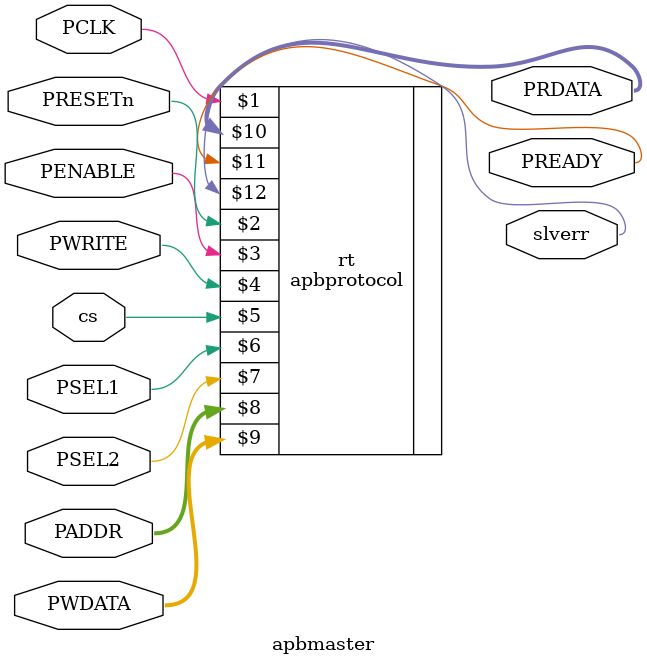
<source format=v>
module apbmaster(
    input PCLK,PRESETn,PENABLE,PWRITE,
    input cs,PSEL1,PSEL2,
    input   [63:0] PADDR,PWDATA,
    output   [63:0] PRDATA,
    output   PREADY,slverr);

     apbprotocol rt ( PCLK,PRESETn,PENABLE,PWRITE, cs,PSEL1,PSEL2, PADDR,PWDATA, PRDATA, PREADY,slverr);
endmodule



</source>
